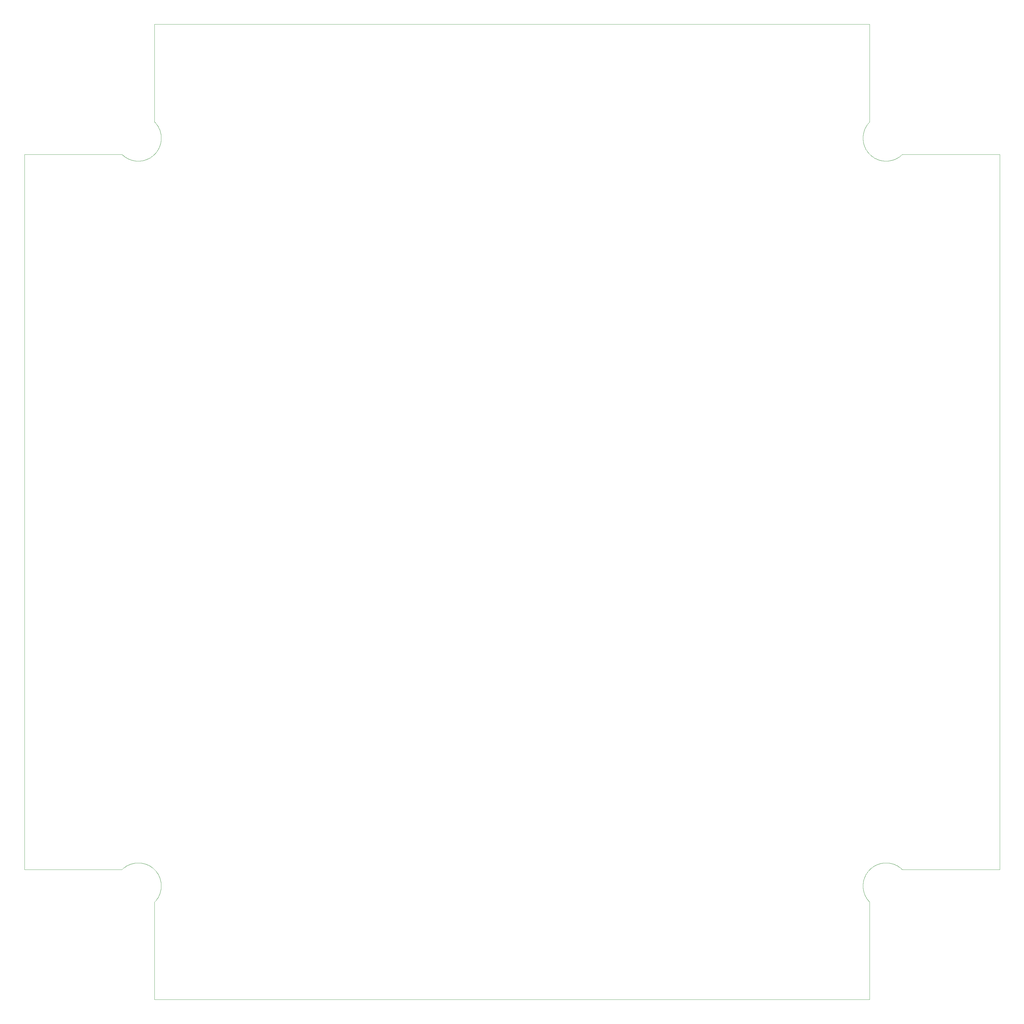
<source format=gbp>
G75*
%MOIN*%
%OFA0B0*%
%FSLAX25Y25*%
%IPPOS*%
%LPD*%
%AMOC8*
5,1,8,0,0,1.08239X$1,22.5*
%
%ADD10C,0.00000*%
D10*
X0198650Y0159280D02*
X0199127Y0159769D01*
X0199592Y0160269D01*
X0200045Y0160781D01*
X0200485Y0161304D01*
X0200912Y0161838D01*
X0201325Y0162381D01*
X0201726Y0162935D01*
X0202112Y0163498D01*
X0202485Y0164071D01*
X0202843Y0164653D01*
X0203187Y0165243D01*
X0203517Y0165842D01*
X0203831Y0166448D01*
X0204131Y0167062D01*
X0204416Y0167683D01*
X0204685Y0168311D01*
X0204939Y0168946D01*
X0205177Y0169586D01*
X0205399Y0170232D01*
X0205605Y0170884D01*
X0205796Y0171540D01*
X0205970Y0172201D01*
X0206128Y0172865D01*
X0206269Y0173534D01*
X0206394Y0174206D01*
X0206503Y0174880D01*
X0206595Y0175557D01*
X0206670Y0176236D01*
X0206729Y0176917D01*
X0206770Y0177599D01*
X0206796Y0178282D01*
X0206804Y0178965D01*
X0206796Y0179648D01*
X0206770Y0180331D01*
X0206729Y0181013D01*
X0206670Y0181694D01*
X0206595Y0182373D01*
X0206503Y0183050D01*
X0206394Y0183724D01*
X0206269Y0184396D01*
X0206128Y0185065D01*
X0205970Y0185729D01*
X0205796Y0186390D01*
X0205605Y0187046D01*
X0205399Y0187698D01*
X0205177Y0188344D01*
X0204939Y0188984D01*
X0204685Y0189619D01*
X0204416Y0190247D01*
X0204131Y0190868D01*
X0203831Y0191482D01*
X0203517Y0192088D01*
X0203187Y0192687D01*
X0202843Y0193277D01*
X0202485Y0193859D01*
X0202112Y0194432D01*
X0201726Y0194995D01*
X0201325Y0195549D01*
X0200912Y0196092D01*
X0200485Y0196626D01*
X0200045Y0197149D01*
X0199592Y0197661D01*
X0199127Y0198161D01*
X0198650Y0198650D01*
X0198161Y0199127D01*
X0197661Y0199592D01*
X0197149Y0200045D01*
X0196626Y0200485D01*
X0196092Y0200912D01*
X0195549Y0201325D01*
X0194995Y0201726D01*
X0194432Y0202112D01*
X0193859Y0202485D01*
X0193277Y0202843D01*
X0192687Y0203187D01*
X0192088Y0203517D01*
X0191482Y0203831D01*
X0190868Y0204131D01*
X0190247Y0204416D01*
X0189619Y0204685D01*
X0188984Y0204939D01*
X0188344Y0205177D01*
X0187698Y0205399D01*
X0187046Y0205605D01*
X0186390Y0205796D01*
X0185729Y0205970D01*
X0185065Y0206128D01*
X0184396Y0206269D01*
X0183724Y0206394D01*
X0183050Y0206503D01*
X0182373Y0206595D01*
X0181694Y0206670D01*
X0181013Y0206729D01*
X0180331Y0206770D01*
X0179648Y0206796D01*
X0178965Y0206804D01*
X0178282Y0206796D01*
X0177599Y0206770D01*
X0176917Y0206729D01*
X0176236Y0206670D01*
X0175557Y0206595D01*
X0174880Y0206503D01*
X0174206Y0206394D01*
X0173534Y0206269D01*
X0172865Y0206128D01*
X0172201Y0205970D01*
X0171540Y0205796D01*
X0170884Y0205605D01*
X0170232Y0205399D01*
X0169586Y0205177D01*
X0168946Y0204939D01*
X0168311Y0204685D01*
X0167683Y0204416D01*
X0167062Y0204131D01*
X0166448Y0203831D01*
X0165842Y0203517D01*
X0165243Y0203187D01*
X0164653Y0202843D01*
X0164071Y0202485D01*
X0163498Y0202112D01*
X0162935Y0201726D01*
X0162381Y0201325D01*
X0161838Y0200912D01*
X0161304Y0200485D01*
X0160781Y0200045D01*
X0160269Y0199592D01*
X0159769Y0199127D01*
X0159280Y0198650D01*
X0041170Y0198650D01*
X0041170Y1064792D01*
X0159280Y1064792D01*
X0159765Y1064318D01*
X0160262Y1063857D01*
X0160769Y1063407D01*
X0161288Y1062971D01*
X0161817Y1062547D01*
X0162356Y1062135D01*
X0162905Y1061738D01*
X0163463Y1061353D01*
X0164031Y1060983D01*
X0164607Y1060626D01*
X0165193Y1060283D01*
X0165786Y1059955D01*
X0166387Y1059642D01*
X0166995Y1059343D01*
X0167611Y1059059D01*
X0168233Y1058790D01*
X0168862Y1058536D01*
X0169497Y1058298D01*
X0170137Y1058075D01*
X0170782Y1057868D01*
X0171433Y1057676D01*
X0172088Y1057501D01*
X0172747Y1057341D01*
X0173409Y1057198D01*
X0174075Y1057071D01*
X0174744Y1056960D01*
X0175415Y1056865D01*
X0176089Y1056787D01*
X0176764Y1056725D01*
X0177440Y1056680D01*
X0178118Y1056651D01*
X0178796Y1056639D01*
X0179473Y1056643D01*
X0180151Y1056663D01*
X0180828Y1056700D01*
X0181504Y1056754D01*
X0182178Y1056824D01*
X0182851Y1056911D01*
X0183521Y1057013D01*
X0184188Y1057132D01*
X0184852Y1057268D01*
X0185513Y1057419D01*
X0186170Y1057587D01*
X0186823Y1057770D01*
X0187471Y1057969D01*
X0188114Y1058184D01*
X0188751Y1058415D01*
X0189383Y1058661D01*
X0190009Y1058922D01*
X0190628Y1059199D01*
X0191240Y1059490D01*
X0191845Y1059797D01*
X0192442Y1060118D01*
X0193031Y1060453D01*
X0193612Y1060803D01*
X0194184Y1061166D01*
X0194747Y1061544D01*
X0195301Y1061935D01*
X0195845Y1062339D01*
X0196379Y1062757D01*
X0196903Y1063187D01*
X0197416Y1063631D01*
X0197918Y1064086D01*
X0198409Y1064554D01*
X0198888Y1065033D01*
X0199356Y1065524D01*
X0199811Y1066026D01*
X0200255Y1066539D01*
X0200685Y1067063D01*
X0201103Y1067597D01*
X0201507Y1068141D01*
X0201898Y1068695D01*
X0202276Y1069258D01*
X0202639Y1069830D01*
X0202989Y1070411D01*
X0203324Y1071000D01*
X0203645Y1071597D01*
X0203952Y1072202D01*
X0204243Y1072814D01*
X0204520Y1073433D01*
X0204781Y1074059D01*
X0205027Y1074691D01*
X0205258Y1075328D01*
X0205473Y1075971D01*
X0205672Y1076619D01*
X0205855Y1077272D01*
X0206023Y1077929D01*
X0206174Y1078590D01*
X0206310Y1079254D01*
X0206429Y1079921D01*
X0206531Y1080591D01*
X0206618Y1081264D01*
X0206688Y1081938D01*
X0206742Y1082614D01*
X0206779Y1083291D01*
X0206799Y1083969D01*
X0206803Y1084646D01*
X0206791Y1085324D01*
X0206762Y1086002D01*
X0206717Y1086678D01*
X0206655Y1087353D01*
X0206577Y1088027D01*
X0206482Y1088698D01*
X0206371Y1089367D01*
X0206244Y1090033D01*
X0206101Y1090695D01*
X0205941Y1091354D01*
X0205766Y1092009D01*
X0205574Y1092660D01*
X0205367Y1093305D01*
X0205144Y1093945D01*
X0204906Y1094580D01*
X0204652Y1095209D01*
X0204383Y1095831D01*
X0204099Y1096447D01*
X0203800Y1097055D01*
X0203487Y1097656D01*
X0203159Y1098249D01*
X0202816Y1098835D01*
X0202459Y1099411D01*
X0202089Y1099979D01*
X0201704Y1100537D01*
X0201307Y1101086D01*
X0200895Y1101625D01*
X0200471Y1102154D01*
X0200035Y1102673D01*
X0199585Y1103180D01*
X0199124Y1103677D01*
X0198650Y1104162D01*
X0198650Y1222272D01*
X1064792Y1222272D01*
X1064792Y1104162D01*
X1064318Y1103677D01*
X1063857Y1103180D01*
X1063407Y1102673D01*
X1062971Y1102154D01*
X1062547Y1101625D01*
X1062135Y1101086D01*
X1061738Y1100537D01*
X1061353Y1099979D01*
X1060983Y1099411D01*
X1060626Y1098835D01*
X1060283Y1098249D01*
X1059955Y1097656D01*
X1059642Y1097055D01*
X1059343Y1096447D01*
X1059059Y1095831D01*
X1058790Y1095209D01*
X1058536Y1094580D01*
X1058298Y1093945D01*
X1058075Y1093305D01*
X1057868Y1092660D01*
X1057676Y1092009D01*
X1057501Y1091354D01*
X1057341Y1090695D01*
X1057198Y1090033D01*
X1057071Y1089367D01*
X1056960Y1088698D01*
X1056865Y1088027D01*
X1056787Y1087353D01*
X1056725Y1086678D01*
X1056680Y1086002D01*
X1056651Y1085324D01*
X1056639Y1084646D01*
X1056643Y1083969D01*
X1056663Y1083291D01*
X1056700Y1082614D01*
X1056754Y1081938D01*
X1056824Y1081264D01*
X1056911Y1080591D01*
X1057013Y1079921D01*
X1057132Y1079254D01*
X1057268Y1078590D01*
X1057419Y1077929D01*
X1057587Y1077272D01*
X1057770Y1076619D01*
X1057969Y1075971D01*
X1058184Y1075328D01*
X1058415Y1074691D01*
X1058661Y1074059D01*
X1058922Y1073433D01*
X1059199Y1072814D01*
X1059490Y1072202D01*
X1059797Y1071597D01*
X1060118Y1071000D01*
X1060453Y1070411D01*
X1060803Y1069830D01*
X1061166Y1069258D01*
X1061544Y1068695D01*
X1061935Y1068141D01*
X1062339Y1067597D01*
X1062757Y1067063D01*
X1063187Y1066539D01*
X1063631Y1066026D01*
X1064086Y1065524D01*
X1064554Y1065033D01*
X1065033Y1064554D01*
X1065524Y1064086D01*
X1066026Y1063631D01*
X1066539Y1063187D01*
X1067063Y1062757D01*
X1067597Y1062339D01*
X1068141Y1061935D01*
X1068695Y1061544D01*
X1069258Y1061166D01*
X1069830Y1060803D01*
X1070411Y1060453D01*
X1071000Y1060118D01*
X1071597Y1059797D01*
X1072202Y1059490D01*
X1072814Y1059199D01*
X1073433Y1058922D01*
X1074059Y1058661D01*
X1074691Y1058415D01*
X1075328Y1058184D01*
X1075971Y1057969D01*
X1076619Y1057770D01*
X1077272Y1057587D01*
X1077929Y1057419D01*
X1078590Y1057268D01*
X1079254Y1057132D01*
X1079921Y1057013D01*
X1080591Y1056911D01*
X1081264Y1056824D01*
X1081938Y1056754D01*
X1082614Y1056700D01*
X1083291Y1056663D01*
X1083969Y1056643D01*
X1084646Y1056639D01*
X1085324Y1056651D01*
X1086002Y1056680D01*
X1086678Y1056725D01*
X1087353Y1056787D01*
X1088027Y1056865D01*
X1088698Y1056960D01*
X1089367Y1057071D01*
X1090033Y1057198D01*
X1090695Y1057341D01*
X1091354Y1057501D01*
X1092009Y1057676D01*
X1092660Y1057868D01*
X1093305Y1058075D01*
X1093945Y1058298D01*
X1094580Y1058536D01*
X1095209Y1058790D01*
X1095831Y1059059D01*
X1096447Y1059343D01*
X1097055Y1059642D01*
X1097656Y1059955D01*
X1098249Y1060283D01*
X1098835Y1060626D01*
X1099411Y1060983D01*
X1099979Y1061353D01*
X1100537Y1061738D01*
X1101086Y1062135D01*
X1101625Y1062547D01*
X1102154Y1062971D01*
X1102673Y1063407D01*
X1103180Y1063857D01*
X1103677Y1064318D01*
X1104162Y1064792D01*
X1222272Y1064792D01*
X1222272Y0198650D01*
X1104162Y0198650D01*
X1103677Y0199124D01*
X1103180Y0199585D01*
X1102673Y0200035D01*
X1102154Y0200471D01*
X1101625Y0200895D01*
X1101086Y0201307D01*
X1100537Y0201704D01*
X1099979Y0202089D01*
X1099411Y0202459D01*
X1098835Y0202816D01*
X1098249Y0203159D01*
X1097656Y0203487D01*
X1097055Y0203800D01*
X1096447Y0204099D01*
X1095831Y0204383D01*
X1095209Y0204652D01*
X1094580Y0204906D01*
X1093945Y0205144D01*
X1093305Y0205367D01*
X1092660Y0205574D01*
X1092009Y0205766D01*
X1091354Y0205941D01*
X1090695Y0206101D01*
X1090033Y0206244D01*
X1089367Y0206371D01*
X1088698Y0206482D01*
X1088027Y0206577D01*
X1087353Y0206655D01*
X1086678Y0206717D01*
X1086002Y0206762D01*
X1085324Y0206791D01*
X1084646Y0206803D01*
X1083969Y0206799D01*
X1083291Y0206779D01*
X1082614Y0206742D01*
X1081938Y0206688D01*
X1081264Y0206618D01*
X1080591Y0206531D01*
X1079921Y0206429D01*
X1079254Y0206310D01*
X1078590Y0206174D01*
X1077929Y0206023D01*
X1077272Y0205855D01*
X1076619Y0205672D01*
X1075971Y0205473D01*
X1075328Y0205258D01*
X1074691Y0205027D01*
X1074059Y0204781D01*
X1073433Y0204520D01*
X1072814Y0204243D01*
X1072202Y0203952D01*
X1071597Y0203645D01*
X1071000Y0203324D01*
X1070411Y0202989D01*
X1069830Y0202639D01*
X1069258Y0202276D01*
X1068695Y0201898D01*
X1068141Y0201507D01*
X1067597Y0201103D01*
X1067063Y0200685D01*
X1066539Y0200255D01*
X1066026Y0199811D01*
X1065524Y0199356D01*
X1065033Y0198888D01*
X1064554Y0198409D01*
X1064086Y0197918D01*
X1063631Y0197416D01*
X1063187Y0196903D01*
X1062757Y0196379D01*
X1062339Y0195845D01*
X1061935Y0195301D01*
X1061544Y0194747D01*
X1061166Y0194184D01*
X1060803Y0193612D01*
X1060453Y0193031D01*
X1060118Y0192442D01*
X1059797Y0191845D01*
X1059490Y0191240D01*
X1059199Y0190628D01*
X1058922Y0190009D01*
X1058661Y0189383D01*
X1058415Y0188751D01*
X1058184Y0188114D01*
X1057969Y0187471D01*
X1057770Y0186823D01*
X1057587Y0186170D01*
X1057419Y0185513D01*
X1057268Y0184852D01*
X1057132Y0184188D01*
X1057013Y0183521D01*
X1056911Y0182851D01*
X1056824Y0182178D01*
X1056754Y0181504D01*
X1056700Y0180828D01*
X1056663Y0180151D01*
X1056643Y0179473D01*
X1056639Y0178796D01*
X1056651Y0178118D01*
X1056680Y0177440D01*
X1056725Y0176764D01*
X1056787Y0176089D01*
X1056865Y0175415D01*
X1056960Y0174744D01*
X1057071Y0174075D01*
X1057198Y0173409D01*
X1057341Y0172747D01*
X1057501Y0172088D01*
X1057676Y0171433D01*
X1057868Y0170782D01*
X1058075Y0170137D01*
X1058298Y0169497D01*
X1058536Y0168862D01*
X1058790Y0168233D01*
X1059059Y0167611D01*
X1059343Y0166995D01*
X1059642Y0166387D01*
X1059955Y0165786D01*
X1060283Y0165193D01*
X1060626Y0164607D01*
X1060983Y0164031D01*
X1061353Y0163463D01*
X1061738Y0162905D01*
X1062135Y0162356D01*
X1062547Y0161817D01*
X1062971Y0161288D01*
X1063407Y0160769D01*
X1063857Y0160262D01*
X1064318Y0159765D01*
X1064792Y0159280D01*
X1064792Y0041170D01*
X0198650Y0041170D01*
X0198650Y0159280D01*
M02*

</source>
